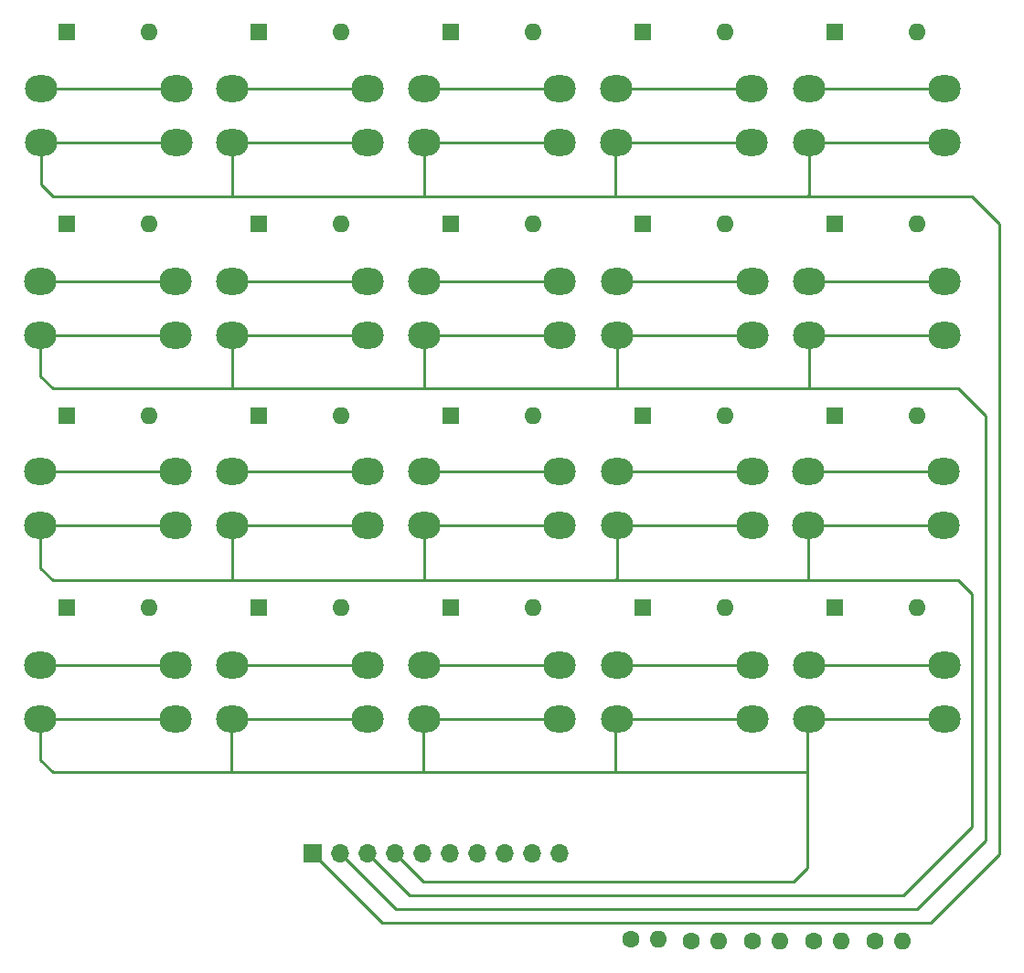
<source format=gtl>
G04 #@! TF.GenerationSoftware,KiCad,Pcbnew,7.0.6*
G04 #@! TF.CreationDate,2024-12-08T10:07:35-05:00*
G04 #@! TF.ProjectId,Keypad,4b657970-6164-42e6-9b69-6361645f7063,rev?*
G04 #@! TF.SameCoordinates,Original*
G04 #@! TF.FileFunction,Copper,L1,Top*
G04 #@! TF.FilePolarity,Positive*
%FSLAX46Y46*%
G04 Gerber Fmt 4.6, Leading zero omitted, Abs format (unit mm)*
G04 Created by KiCad (PCBNEW 7.0.6) date 2024-12-08 10:07:36*
%MOMM*%
%LPD*%
G01*
G04 APERTURE LIST*
G04 #@! TA.AperFunction,ComponentPad*
%ADD10C,1.600000*%
G04 #@! TD*
G04 #@! TA.AperFunction,ComponentPad*
%ADD11O,1.600000X1.600000*%
G04 #@! TD*
G04 #@! TA.AperFunction,ComponentPad*
%ADD12O,3.000000X2.500000*%
G04 #@! TD*
G04 #@! TA.AperFunction,ComponentPad*
%ADD13R,1.600000X1.600000*%
G04 #@! TD*
G04 #@! TA.AperFunction,ComponentPad*
%ADD14R,1.700000X1.700000*%
G04 #@! TD*
G04 #@! TA.AperFunction,ComponentPad*
%ADD15O,1.700000X1.700000*%
G04 #@! TD*
G04 #@! TA.AperFunction,Conductor*
%ADD16C,0.250000*%
G04 #@! TD*
G04 APERTURE END LIST*
D10*
X204125000Y-111975000D03*
D11*
X206665000Y-111975000D03*
D12*
X204055000Y-55880000D03*
X191555000Y-55880000D03*
X204055000Y-50880000D03*
X191555000Y-50880000D03*
X186195000Y-55880000D03*
X173695000Y-55880000D03*
X186195000Y-50880000D03*
X173695000Y-50880000D03*
D13*
X140555000Y-27740000D03*
D11*
X148175000Y-27740000D03*
D13*
X158335000Y-45520000D03*
D11*
X165955000Y-45520000D03*
D12*
X186235000Y-91440000D03*
X173735000Y-91440000D03*
X186235000Y-86440000D03*
X173735000Y-86440000D03*
D13*
X211675000Y-27740000D03*
D11*
X219295000Y-27740000D03*
D12*
X221835000Y-91440000D03*
X209335000Y-91440000D03*
X221835000Y-86440000D03*
X209335000Y-86440000D03*
X168455000Y-91440000D03*
X155955000Y-91440000D03*
X168455000Y-86440000D03*
X155955000Y-86440000D03*
D13*
X193895000Y-81080000D03*
D11*
X201515000Y-81080000D03*
D12*
X186235000Y-73460000D03*
X173735000Y-73460000D03*
X186235000Y-68460000D03*
X173735000Y-68460000D03*
X221835000Y-55880000D03*
X209335000Y-55880000D03*
X221835000Y-50880000D03*
X209335000Y-50880000D03*
D10*
X215425000Y-112000000D03*
D11*
X217965000Y-112000000D03*
D10*
X198450000Y-111975000D03*
D11*
X200990000Y-111975000D03*
D13*
X176115000Y-81080000D03*
D11*
X183735000Y-81080000D03*
D13*
X211675000Y-81080000D03*
D11*
X219295000Y-81080000D03*
D13*
X193895000Y-27740000D03*
D11*
X201515000Y-27740000D03*
D12*
X186195000Y-37960000D03*
X173695000Y-37960000D03*
X186195000Y-32960000D03*
X173695000Y-32960000D03*
D13*
X211675000Y-45520000D03*
D11*
X219295000Y-45520000D03*
D13*
X140555000Y-45520000D03*
D11*
X148175000Y-45520000D03*
D12*
X150715000Y-37960000D03*
X138215000Y-37960000D03*
X150715000Y-32960000D03*
X138215000Y-32960000D03*
X203975000Y-37960000D03*
X191475000Y-37960000D03*
X203975000Y-32960000D03*
X191475000Y-32960000D03*
X168415000Y-37960000D03*
X155915000Y-37960000D03*
X168415000Y-32960000D03*
X155915000Y-32960000D03*
D10*
X192850000Y-111850000D03*
D11*
X195390000Y-111850000D03*
D12*
X150675000Y-73460000D03*
X138175000Y-73460000D03*
X150675000Y-68460000D03*
X138175000Y-68460000D03*
D13*
X176115000Y-27740000D03*
D11*
X183735000Y-27740000D03*
D13*
X158335000Y-27740000D03*
D11*
X165955000Y-27740000D03*
D12*
X168455000Y-73460000D03*
X155955000Y-73460000D03*
X168455000Y-68460000D03*
X155955000Y-68460000D03*
D13*
X211675000Y-63300000D03*
D11*
X219295000Y-63300000D03*
D13*
X176115000Y-63300000D03*
D11*
X183735000Y-63300000D03*
D14*
X163380000Y-103875000D03*
D15*
X165920000Y-103875000D03*
X168460000Y-103875000D03*
X171000000Y-103875000D03*
X173540000Y-103875000D03*
X176080000Y-103875000D03*
X178620000Y-103875000D03*
X181160000Y-103875000D03*
X183700000Y-103875000D03*
X186240000Y-103875000D03*
D13*
X158335000Y-63300000D03*
D11*
X165955000Y-63300000D03*
D13*
X140555000Y-63300000D03*
D11*
X148175000Y-63300000D03*
D13*
X176115000Y-45520000D03*
D11*
X183735000Y-45520000D03*
D12*
X204055000Y-91440000D03*
X191555000Y-91440000D03*
X204055000Y-86440000D03*
X191555000Y-86440000D03*
X168455000Y-55880000D03*
X155955000Y-55880000D03*
X168455000Y-50880000D03*
X155955000Y-50880000D03*
D13*
X193895000Y-63300000D03*
D11*
X201515000Y-63300000D03*
D13*
X140555000Y-81080000D03*
D11*
X148175000Y-81080000D03*
D10*
X209750000Y-111975000D03*
D11*
X212290000Y-111975000D03*
D12*
X150675000Y-91440000D03*
X138175000Y-91440000D03*
X150675000Y-86440000D03*
X138175000Y-86440000D03*
D13*
X158335000Y-81080000D03*
D11*
X165955000Y-81080000D03*
D13*
X193895000Y-45520000D03*
D11*
X201515000Y-45520000D03*
D12*
X221795000Y-73460000D03*
X209295000Y-73460000D03*
X221795000Y-68460000D03*
X209295000Y-68460000D03*
X221835000Y-37960000D03*
X209335000Y-37960000D03*
X221835000Y-32960000D03*
X209335000Y-32960000D03*
X204055000Y-73460000D03*
X191555000Y-73460000D03*
X204055000Y-68460000D03*
X191555000Y-68460000D03*
X150675000Y-55880000D03*
X138175000Y-55880000D03*
X150675000Y-50880000D03*
X138175000Y-50880000D03*
D16*
X173575000Y-42980000D02*
X191355000Y-42980000D01*
X173695000Y-37960000D02*
X173695000Y-42860000D01*
X191355000Y-38080000D02*
X191355000Y-42980000D01*
X209335000Y-37960000D02*
X209335000Y-42780000D01*
X226915000Y-103940000D02*
X226915000Y-45520000D01*
X186195000Y-37960000D02*
X173695000Y-37960000D01*
X224375000Y-42980000D02*
X209135000Y-42980000D01*
X155915000Y-37960000D02*
X155915000Y-42860000D01*
X221835000Y-37960000D02*
X209335000Y-37960000D01*
X163415000Y-103940000D02*
X169765000Y-110290000D01*
X150715000Y-37960000D02*
X138215000Y-37960000D01*
X203975000Y-37960000D02*
X191475000Y-37960000D01*
X191475000Y-37960000D02*
X191355000Y-38080000D01*
X209335000Y-42780000D02*
X209135000Y-42980000D01*
X173575000Y-42980000D02*
X139285000Y-42980000D01*
X169765000Y-110290000D02*
X220565000Y-110290000D01*
X168415000Y-37960000D02*
X155915000Y-37960000D01*
X138215000Y-37960000D02*
X138215000Y-41910000D01*
X226915000Y-45520000D02*
X224375000Y-42980000D01*
X138215000Y-41910000D02*
X139285000Y-42980000D01*
X220565000Y-110290000D02*
X226915000Y-103940000D01*
X191355000Y-42980000D02*
X209135000Y-42980000D01*
X173695000Y-42860000D02*
X173575000Y-42980000D01*
X173695000Y-55880000D02*
X186195000Y-55880000D01*
X225645000Y-102670000D02*
X225645000Y-63300000D01*
X173695000Y-60640000D02*
X173575000Y-60760000D01*
X138175000Y-59650000D02*
X139285000Y-60760000D01*
X191555000Y-55880000D02*
X191555000Y-60725000D01*
X223105000Y-60760000D02*
X209290000Y-60760000D01*
X155795000Y-60760000D02*
X173575000Y-60760000D01*
X219295000Y-109020000D02*
X225645000Y-102670000D01*
X173575000Y-60760000D02*
X191355000Y-60760000D01*
X138175000Y-55880000D02*
X150675000Y-55880000D01*
X165955000Y-103940000D02*
X171035000Y-109020000D01*
X155955000Y-60600000D02*
X155795000Y-60760000D01*
X209335000Y-55880000D02*
X221835000Y-55880000D01*
X171035000Y-109020000D02*
X219295000Y-109020000D01*
X155955000Y-55880000D02*
X168455000Y-55880000D01*
X191555000Y-55880000D02*
X204055000Y-55880000D01*
X209290000Y-60760000D02*
X191355000Y-60760000D01*
X209335000Y-60715000D02*
X209290000Y-60760000D01*
X155955000Y-55880000D02*
X155955000Y-60600000D01*
X139285000Y-60760000D02*
X155795000Y-60760000D01*
X209335000Y-55880000D02*
X209335000Y-60715000D01*
X138175000Y-55880000D02*
X138175000Y-59650000D01*
X173695000Y-55880000D02*
X173695000Y-60640000D01*
X225645000Y-63300000D02*
X223105000Y-60760000D01*
X224375000Y-79810000D02*
X223105000Y-78540000D01*
X155955000Y-73460000D02*
X155955000Y-78380000D01*
X209295000Y-78400000D02*
X209155000Y-78540000D01*
X168495000Y-103940000D02*
X172305000Y-107750000D01*
X150675000Y-73460000D02*
X138175000Y-73460000D01*
X168455000Y-73460000D02*
X155955000Y-73460000D01*
X186235000Y-73460000D02*
X173735000Y-73460000D01*
X139285000Y-78540000D02*
X173575000Y-78540000D01*
X191555000Y-78340000D02*
X191355000Y-78540000D01*
X224375000Y-101400000D02*
X224375000Y-79810000D01*
X221795000Y-73460000D02*
X209295000Y-73460000D01*
X209155000Y-78540000D02*
X191355000Y-78540000D01*
X218025000Y-107750000D02*
X224375000Y-101400000D01*
X173735000Y-73460000D02*
X173735000Y-78380000D01*
X138175000Y-77430000D02*
X139285000Y-78540000D01*
X155955000Y-78380000D02*
X155795000Y-78540000D01*
X173575000Y-78540000D02*
X191355000Y-78540000D01*
X223105000Y-78540000D02*
X209155000Y-78540000D01*
X191555000Y-73460000D02*
X191555000Y-78340000D01*
X173735000Y-78380000D02*
X173575000Y-78540000D01*
X138175000Y-73460000D02*
X138175000Y-77430000D01*
X209295000Y-73460000D02*
X209295000Y-78400000D01*
X172305000Y-107750000D02*
X218025000Y-107750000D01*
X191555000Y-73460000D02*
X204055000Y-73460000D01*
X173575000Y-106480000D02*
X173575000Y-106450000D01*
X173575000Y-96320000D02*
X191355000Y-96320000D01*
X138175000Y-95210000D02*
X139285000Y-96320000D01*
X209135000Y-96320000D02*
X209135000Y-91640000D01*
X173735000Y-91440000D02*
X173575000Y-91600000D01*
X138175000Y-91440000D02*
X138175000Y-95210000D01*
X191355000Y-91640000D02*
X191355000Y-96320000D01*
X209335000Y-91440000D02*
X221835000Y-91440000D01*
X139285000Y-96320000D02*
X155795000Y-96320000D01*
X173575000Y-106450000D02*
X171000000Y-103875000D01*
X138175000Y-91440000D02*
X150675000Y-91440000D01*
X155795000Y-91600000D02*
X155795000Y-96320000D01*
X173735000Y-91440000D02*
X186235000Y-91440000D01*
X209135000Y-105210000D02*
X209135000Y-96320000D01*
X155795000Y-96320000D02*
X173575000Y-96320000D01*
X173575000Y-106480000D02*
X207865000Y-106480000D01*
X155955000Y-91440000D02*
X168455000Y-91440000D01*
X209135000Y-91640000D02*
X209335000Y-91440000D01*
X207865000Y-106480000D02*
X209135000Y-105210000D01*
X191355000Y-96320000D02*
X209135000Y-96320000D01*
X191555000Y-91440000D02*
X191355000Y-91640000D01*
X155955000Y-91440000D02*
X155795000Y-91600000D01*
X191555000Y-91440000D02*
X204055000Y-91440000D01*
X173575000Y-91600000D02*
X173575000Y-96320000D01*
X209335000Y-32960000D02*
X221835000Y-32960000D01*
X221835000Y-50880000D02*
X209335000Y-50880000D01*
X221795000Y-68460000D02*
X209295000Y-68460000D01*
X209335000Y-86440000D02*
X221835000Y-86440000D01*
X191475000Y-32960000D02*
X203975000Y-32960000D01*
X204055000Y-50880000D02*
X191555000Y-50880000D01*
X191555000Y-68460000D02*
X204055000Y-68460000D01*
X191555000Y-86440000D02*
X204055000Y-86440000D01*
X173695000Y-32960000D02*
X186195000Y-32960000D01*
X186195000Y-50880000D02*
X173695000Y-50880000D01*
X173735000Y-68460000D02*
X186235000Y-68460000D01*
X173735000Y-86440000D02*
X186235000Y-86440000D01*
X155915000Y-32960000D02*
X168415000Y-32960000D01*
X168455000Y-50880000D02*
X155955000Y-50880000D01*
X155955000Y-68460000D02*
X168455000Y-68460000D01*
X155955000Y-86440000D02*
X168455000Y-86440000D01*
X138215000Y-32960000D02*
X150715000Y-32960000D01*
X138175000Y-50880000D02*
X150675000Y-50880000D01*
X138175000Y-68460000D02*
X150675000Y-68460000D01*
X138175000Y-86440000D02*
X150675000Y-86440000D01*
M02*

</source>
